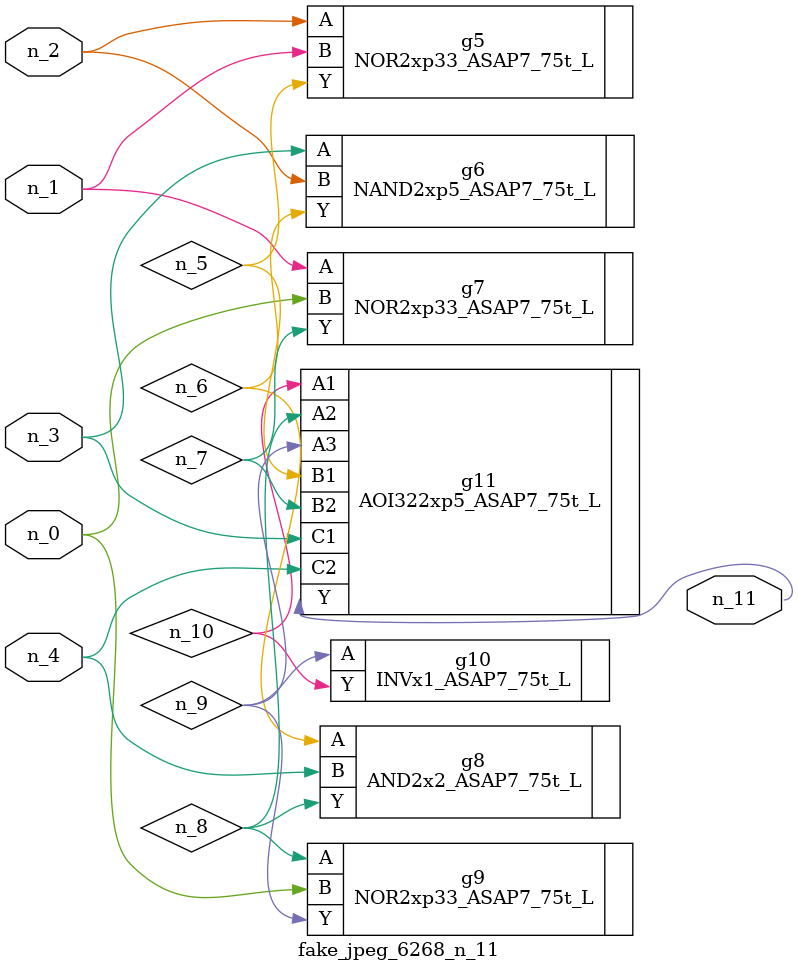
<source format=v>
module fake_jpeg_6268_n_11 (n_3, n_2, n_1, n_0, n_4, n_11);

input n_3;
input n_2;
input n_1;
input n_0;
input n_4;

output n_11;

wire n_10;
wire n_8;
wire n_9;
wire n_6;
wire n_5;
wire n_7;

NOR2xp33_ASAP7_75t_L g5 ( 
.A(n_2),
.B(n_1),
.Y(n_5)
);

NAND2xp5_ASAP7_75t_L g6 ( 
.A(n_3),
.B(n_2),
.Y(n_6)
);

NOR2xp33_ASAP7_75t_L g7 ( 
.A(n_1),
.B(n_0),
.Y(n_7)
);

AND2x2_ASAP7_75t_L g8 ( 
.A(n_6),
.B(n_4),
.Y(n_8)
);

NOR2xp33_ASAP7_75t_L g9 ( 
.A(n_8),
.B(n_0),
.Y(n_9)
);

INVx1_ASAP7_75t_L g10 ( 
.A(n_9),
.Y(n_10)
);

AOI322xp5_ASAP7_75t_L g11 ( 
.A1(n_10),
.A2(n_8),
.A3(n_9),
.B1(n_5),
.B2(n_7),
.C1(n_3),
.C2(n_4),
.Y(n_11)
);


endmodule
</source>
